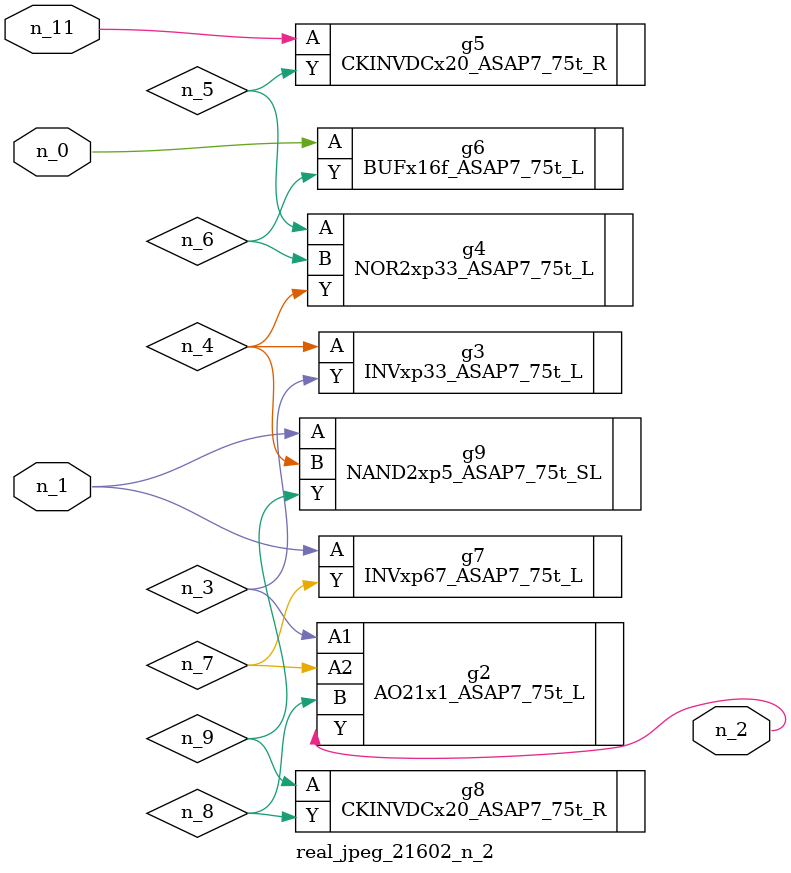
<source format=v>
module real_jpeg_21602_n_2 (n_1, n_11, n_0, n_2);

input n_1;
input n_11;
input n_0;

output n_2;

wire n_5;
wire n_4;
wire n_8;
wire n_6;
wire n_7;
wire n_3;
wire n_9;

BUFx16f_ASAP7_75t_L g6 ( 
.A(n_0),
.Y(n_6)
);

INVxp67_ASAP7_75t_L g7 ( 
.A(n_1),
.Y(n_7)
);

NAND2xp5_ASAP7_75t_SL g9 ( 
.A(n_1),
.B(n_4),
.Y(n_9)
);

AO21x1_ASAP7_75t_L g2 ( 
.A1(n_3),
.A2(n_7),
.B(n_8),
.Y(n_2)
);

INVxp33_ASAP7_75t_L g3 ( 
.A(n_4),
.Y(n_3)
);

NOR2xp33_ASAP7_75t_L g4 ( 
.A(n_5),
.B(n_6),
.Y(n_4)
);

CKINVDCx20_ASAP7_75t_R g8 ( 
.A(n_9),
.Y(n_8)
);

CKINVDCx20_ASAP7_75t_R g5 ( 
.A(n_11),
.Y(n_5)
);


endmodule
</source>
